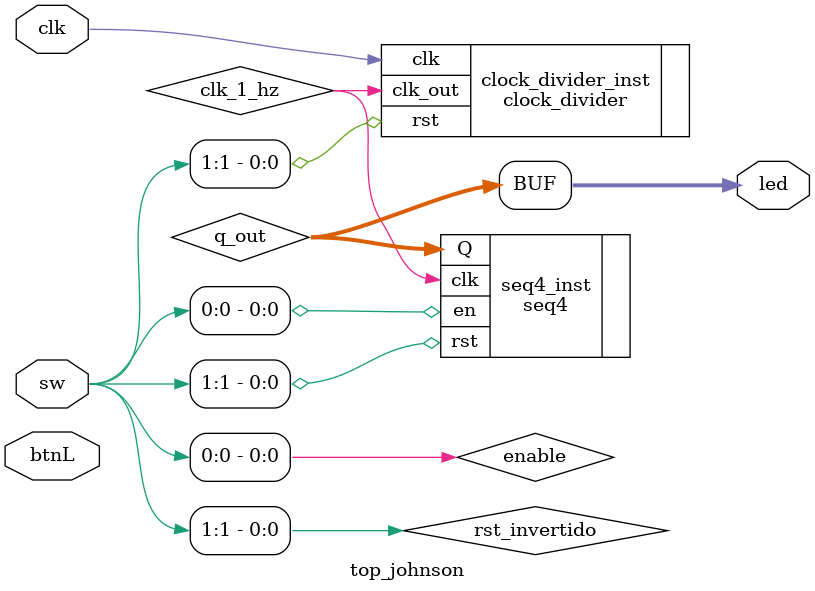
<source format=sv>
module top_johnson(
    input logic clk,
    input logic btnL,
    input logic [1:0]sw,
    output logic [0:3] led );

    logic clk_1_hz; // señal/cable que conecta salida de clock_divider con 
    logic [3:0] q_out; // señal/cable que conecta la salida del seq4 con las luces led
    assign led = q_out;//asignacion combinacional (continuo, no depende de flanco)
    assign rst_invertido = sw[1]; 
    assign enable = sw[0];
    
    clock_divider #(
        .DIV(50_000_000) // mantenemos el valor
    ) clock_divider_inst (
        .clk(clk),
        .rst(rst_invertido),
        .clk_out(clk_1_hz)  );
    
    seq4 seq4_inst (
        .clk(clk_1_hz),
        .rst(rst_invertido),
        .en(enable),  // Ahi queda conectado al switch 0,
        .Q(q_out)   );

endmodule

</source>
